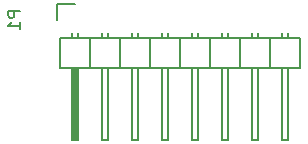
<source format=gbr>
G04 #@! TF.FileFunction,Legend,Bot*
%FSLAX46Y46*%
G04 Gerber Fmt 4.6, Leading zero omitted, Abs format (unit mm)*
G04 Created by KiCad (PCBNEW 4.0.4-stable) date Monday, 28 November 2016 'PMt' 05:30:16 PM*
%MOMM*%
%LPD*%
G01*
G04 APERTURE LIST*
%ADD10C,0.100000*%
%ADD11C,0.150000*%
G04 APERTURE END LIST*
D10*
D11*
X90950000Y-127900000D02*
X92500000Y-127900000D01*
X90950000Y-129200000D02*
X90950000Y-127900000D01*
X92373000Y-133391000D02*
X92373000Y-139233000D01*
X92373000Y-139233000D02*
X92627000Y-139233000D01*
X92627000Y-139233000D02*
X92627000Y-133391000D01*
X92627000Y-133391000D02*
X92500000Y-133391000D01*
X92500000Y-133391000D02*
X92500000Y-139233000D01*
X110026000Y-130724000D02*
X110026000Y-130343000D01*
X110534000Y-130724000D02*
X110534000Y-130343000D01*
X92246000Y-130724000D02*
X92246000Y-130343000D01*
X92754000Y-130724000D02*
X92754000Y-130343000D01*
X94786000Y-130724000D02*
X94786000Y-130343000D01*
X95294000Y-130724000D02*
X95294000Y-130343000D01*
X97326000Y-130724000D02*
X97326000Y-130343000D01*
X97834000Y-130724000D02*
X97834000Y-130343000D01*
X107994000Y-130724000D02*
X107994000Y-130343000D01*
X107486000Y-130724000D02*
X107486000Y-130343000D01*
X105454000Y-130724000D02*
X105454000Y-130343000D01*
X104946000Y-130724000D02*
X104946000Y-130343000D01*
X102914000Y-130724000D02*
X102914000Y-130343000D01*
X102406000Y-130724000D02*
X102406000Y-130343000D01*
X100374000Y-130724000D02*
X100374000Y-130343000D01*
X99866000Y-130724000D02*
X99866000Y-130343000D01*
X106470000Y-130724000D02*
X106470000Y-133264000D01*
X106470000Y-130724000D02*
X109010000Y-130724000D01*
X109010000Y-130724000D02*
X109010000Y-133264000D01*
X107486000Y-133264000D02*
X107486000Y-139360000D01*
X107486000Y-139360000D02*
X107994000Y-139360000D01*
X107994000Y-139360000D02*
X107994000Y-133264000D01*
X109010000Y-133264000D02*
X106470000Y-133264000D01*
X111550000Y-133264000D02*
X109010000Y-133264000D01*
X110534000Y-139360000D02*
X110534000Y-133264000D01*
X110026000Y-139360000D02*
X110534000Y-139360000D01*
X110026000Y-133264000D02*
X110026000Y-139360000D01*
X109010000Y-130724000D02*
X111550000Y-130724000D01*
X109010000Y-130724000D02*
X109010000Y-133264000D01*
X111550000Y-130724000D02*
X111550000Y-133264000D01*
X91230000Y-130724000D02*
X91230000Y-133264000D01*
X93770000Y-130724000D02*
X93770000Y-133264000D01*
X93770000Y-130724000D02*
X96310000Y-130724000D01*
X96310000Y-130724000D02*
X96310000Y-133264000D01*
X94786000Y-133264000D02*
X94786000Y-139360000D01*
X94786000Y-139360000D02*
X95294000Y-139360000D01*
X95294000Y-139360000D02*
X95294000Y-133264000D01*
X96310000Y-133264000D02*
X93770000Y-133264000D01*
X93770000Y-133264000D02*
X91230000Y-133264000D01*
X92754000Y-139360000D02*
X92754000Y-133264000D01*
X92246000Y-139360000D02*
X92754000Y-139360000D01*
X92246000Y-133264000D02*
X92246000Y-139360000D01*
X93770000Y-130724000D02*
X93770000Y-133264000D01*
X91230000Y-130724000D02*
X93770000Y-130724000D01*
X101390000Y-130724000D02*
X101390000Y-133264000D01*
X101390000Y-130724000D02*
X103930000Y-130724000D01*
X103930000Y-130724000D02*
X103930000Y-133264000D01*
X102406000Y-133264000D02*
X102406000Y-139360000D01*
X102406000Y-139360000D02*
X102914000Y-139360000D01*
X102914000Y-139360000D02*
X102914000Y-133264000D01*
X103930000Y-133264000D02*
X101390000Y-133264000D01*
X106470000Y-133264000D02*
X103930000Y-133264000D01*
X105454000Y-139360000D02*
X105454000Y-133264000D01*
X104946000Y-139360000D02*
X105454000Y-139360000D01*
X104946000Y-133264000D02*
X104946000Y-139360000D01*
X106470000Y-130724000D02*
X106470000Y-133264000D01*
X103930000Y-130724000D02*
X106470000Y-130724000D01*
X103930000Y-130724000D02*
X103930000Y-133264000D01*
X98850000Y-130724000D02*
X98850000Y-133264000D01*
X98850000Y-130724000D02*
X101390000Y-130724000D01*
X101390000Y-130724000D02*
X101390000Y-133264000D01*
X99866000Y-133264000D02*
X99866000Y-139360000D01*
X99866000Y-139360000D02*
X100374000Y-139360000D01*
X100374000Y-139360000D02*
X100374000Y-133264000D01*
X101390000Y-133264000D02*
X98850000Y-133264000D01*
X98850000Y-133264000D02*
X96310000Y-133264000D01*
X97834000Y-139360000D02*
X97834000Y-133264000D01*
X97326000Y-139360000D02*
X97834000Y-139360000D01*
X97326000Y-133264000D02*
X97326000Y-139360000D01*
X98850000Y-130724000D02*
X98850000Y-133264000D01*
X96310000Y-130724000D02*
X98850000Y-130724000D01*
X96310000Y-130724000D02*
X96310000Y-133264000D01*
X87852381Y-128461905D02*
X86852381Y-128461905D01*
X86852381Y-128842858D01*
X86900000Y-128938096D01*
X86947619Y-128985715D01*
X87042857Y-129033334D01*
X87185714Y-129033334D01*
X87280952Y-128985715D01*
X87328571Y-128938096D01*
X87376190Y-128842858D01*
X87376190Y-128461905D01*
X87852381Y-129985715D02*
X87852381Y-129414286D01*
X87852381Y-129700000D02*
X86852381Y-129700000D01*
X86995238Y-129604762D01*
X87090476Y-129509524D01*
X87138095Y-129414286D01*
M02*

</source>
